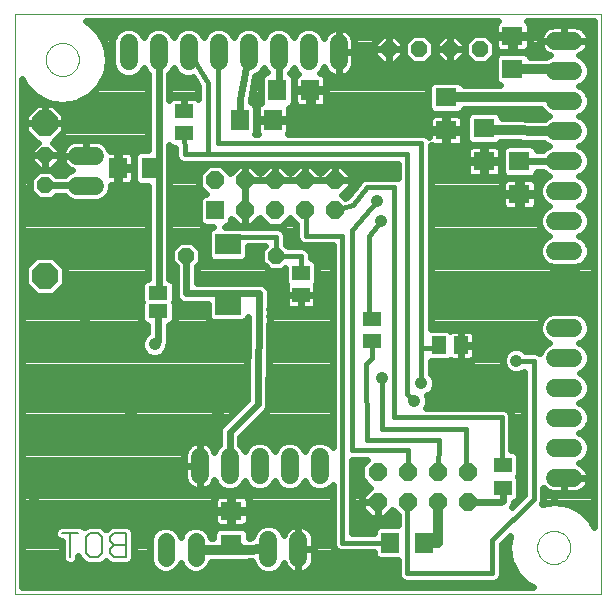
<source format=gbl>
G75*
G70*
%OFA0B0*%
%FSLAX24Y24*%
%IPPOS*%
%LPD*%
%AMOC8*
5,1,8,0,0,1.08239X$1,22.5*
%
%ADD10C,0.0000*%
%ADD11C,0.0070*%
%ADD12OC8,0.0520*%
%ADD13C,0.0600*%
%ADD14C,0.0560*%
%ADD15R,0.0709X0.0630*%
%ADD16OC8,0.0600*%
%ADD17R,0.0600X0.0600*%
%ADD18R,0.0591X0.0512*%
%ADD19R,0.0630X0.0710*%
%ADD20R,0.0512X0.0591*%
%ADD21R,0.0866X0.0709*%
%ADD22R,0.0630X0.0460*%
%ADD23R,0.0630X0.0709*%
%ADD24OC8,0.0850*%
%ADD25C,0.0240*%
%ADD26C,0.0413*%
%ADD27C,0.0160*%
%ADD28C,0.0320*%
D10*
X000101Y000110D02*
X000101Y019462D01*
X019650Y019462D01*
X019650Y000110D01*
X000101Y000110D01*
X017519Y001681D02*
X017521Y001728D01*
X017527Y001774D01*
X017537Y001820D01*
X017550Y001865D01*
X017568Y001908D01*
X017589Y001950D01*
X017613Y001990D01*
X017641Y002027D01*
X017672Y002062D01*
X017706Y002095D01*
X017742Y002124D01*
X017781Y002150D01*
X017822Y002173D01*
X017865Y002192D01*
X017909Y002208D01*
X017954Y002220D01*
X018000Y002228D01*
X018047Y002232D01*
X018093Y002232D01*
X018140Y002228D01*
X018186Y002220D01*
X018231Y002208D01*
X018275Y002192D01*
X018318Y002173D01*
X018359Y002150D01*
X018398Y002124D01*
X018434Y002095D01*
X018468Y002062D01*
X018499Y002027D01*
X018527Y001990D01*
X018551Y001950D01*
X018572Y001908D01*
X018590Y001865D01*
X018603Y001820D01*
X018613Y001774D01*
X018619Y001728D01*
X018621Y001681D01*
X018619Y001634D01*
X018613Y001588D01*
X018603Y001542D01*
X018590Y001497D01*
X018572Y001454D01*
X018551Y001412D01*
X018527Y001372D01*
X018499Y001335D01*
X018468Y001300D01*
X018434Y001267D01*
X018398Y001238D01*
X018359Y001212D01*
X018318Y001189D01*
X018275Y001170D01*
X018231Y001154D01*
X018186Y001142D01*
X018140Y001134D01*
X018093Y001130D01*
X018047Y001130D01*
X018000Y001134D01*
X017954Y001142D01*
X017909Y001154D01*
X017865Y001170D01*
X017822Y001189D01*
X017781Y001212D01*
X017742Y001238D01*
X017706Y001267D01*
X017672Y001300D01*
X017641Y001335D01*
X017613Y001372D01*
X017589Y001412D01*
X017568Y001454D01*
X017550Y001497D01*
X017537Y001542D01*
X017527Y001588D01*
X017521Y001634D01*
X017519Y001681D01*
X001141Y017941D02*
X001143Y017988D01*
X001149Y018034D01*
X001159Y018080D01*
X001172Y018125D01*
X001190Y018168D01*
X001211Y018210D01*
X001235Y018250D01*
X001263Y018287D01*
X001294Y018322D01*
X001328Y018355D01*
X001364Y018384D01*
X001403Y018410D01*
X001444Y018433D01*
X001487Y018452D01*
X001531Y018468D01*
X001576Y018480D01*
X001622Y018488D01*
X001669Y018492D01*
X001715Y018492D01*
X001762Y018488D01*
X001808Y018480D01*
X001853Y018468D01*
X001897Y018452D01*
X001940Y018433D01*
X001981Y018410D01*
X002020Y018384D01*
X002056Y018355D01*
X002090Y018322D01*
X002121Y018287D01*
X002149Y018250D01*
X002173Y018210D01*
X002194Y018168D01*
X002212Y018125D01*
X002225Y018080D01*
X002235Y018034D01*
X002241Y017988D01*
X002243Y017941D01*
X002241Y017894D01*
X002235Y017848D01*
X002225Y017802D01*
X002212Y017757D01*
X002194Y017714D01*
X002173Y017672D01*
X002149Y017632D01*
X002121Y017595D01*
X002090Y017560D01*
X002056Y017527D01*
X002020Y017498D01*
X001981Y017472D01*
X001940Y017449D01*
X001897Y017430D01*
X001853Y017414D01*
X001808Y017402D01*
X001762Y017394D01*
X001715Y017390D01*
X001669Y017390D01*
X001622Y017394D01*
X001576Y017402D01*
X001531Y017414D01*
X001487Y017430D01*
X001444Y017449D01*
X001403Y017472D01*
X001364Y017498D01*
X001328Y017527D01*
X001294Y017560D01*
X001263Y017595D01*
X001235Y017632D01*
X001211Y017672D01*
X001190Y017714D01*
X001172Y017757D01*
X001159Y017802D01*
X001149Y017848D01*
X001143Y017894D01*
X001141Y017941D01*
D11*
X001688Y002153D02*
X002215Y002153D01*
X002480Y002021D02*
X002612Y002153D01*
X002876Y002153D01*
X003007Y002021D01*
X003007Y001494D01*
X002876Y001363D01*
X002612Y001363D01*
X002480Y001494D01*
X002480Y002021D01*
X001952Y002153D02*
X001952Y001363D01*
X003272Y001494D02*
X003404Y001363D01*
X003799Y001363D01*
X003799Y002153D01*
X003404Y002153D01*
X003272Y002021D01*
X003272Y001890D01*
X003404Y001758D01*
X003799Y001758D01*
X003404Y001758D02*
X003272Y001626D01*
X003272Y001494D01*
D12*
X005820Y011398D03*
X008820Y011398D03*
X012569Y018283D03*
X013569Y018283D03*
X014618Y018293D03*
X015618Y018293D03*
X001123Y014746D03*
X001123Y013746D03*
D13*
X002179Y013740D02*
X002779Y013740D01*
X002779Y014740D02*
X002179Y014740D01*
X003901Y017877D02*
X003901Y018477D01*
X004901Y018477D02*
X004901Y017877D01*
X005901Y017877D02*
X005901Y018477D01*
X006901Y018477D02*
X006901Y017877D01*
X007901Y017877D02*
X007901Y018477D01*
X008901Y018477D02*
X008901Y017877D01*
X009901Y017877D02*
X009901Y018477D01*
X010901Y018477D02*
X010901Y017877D01*
X018124Y017567D02*
X018724Y017567D01*
X018724Y016567D02*
X018124Y016567D01*
X018124Y015567D02*
X018724Y015567D01*
X018724Y014567D02*
X018124Y014567D01*
X018124Y013567D02*
X018724Y013567D01*
X018724Y012567D02*
X018124Y012567D01*
X018124Y011567D02*
X018724Y011567D01*
X018724Y008992D02*
X018124Y008992D01*
X018124Y007992D02*
X018724Y007992D01*
X018724Y007000D02*
X018124Y007000D01*
X018124Y006000D02*
X018724Y006000D01*
X018724Y005000D02*
X018124Y005000D01*
X018124Y004000D02*
X018724Y004000D01*
X010267Y004098D02*
X010267Y004698D01*
X009267Y004698D02*
X009267Y004098D01*
X008267Y004098D02*
X008267Y004698D01*
X007267Y004698D02*
X007267Y004098D01*
X006267Y004098D02*
X006267Y004698D01*
X008560Y001922D02*
X008560Y001322D01*
X009560Y001322D02*
X009560Y001922D01*
X018124Y018567D02*
X018724Y018567D01*
D14*
X006129Y001883D02*
X006129Y001323D01*
X005129Y001323D02*
X005129Y001883D01*
D15*
X007322Y001799D03*
X007322Y002902D03*
X016928Y013453D03*
X016928Y014555D03*
X015747Y014555D03*
X015747Y015658D03*
X014487Y015579D03*
X014487Y016681D03*
X016692Y017626D03*
X016692Y018729D03*
D16*
X010779Y013914D03*
X009779Y013914D03*
X008779Y013914D03*
X007779Y013914D03*
X006779Y013914D03*
X007779Y012914D03*
X008779Y012914D03*
X009779Y012914D03*
X010779Y012914D03*
X012200Y004189D03*
X013200Y004189D03*
X014200Y004189D03*
X015200Y004189D03*
X015200Y003189D03*
X014200Y003189D03*
X013200Y003189D03*
X012200Y003189D03*
D17*
X006779Y012914D03*
D18*
X005747Y015480D03*
X005747Y016229D03*
X009645Y010835D03*
X009645Y010087D03*
X012007Y009299D03*
X012007Y008551D03*
X016377Y004417D03*
X016377Y003669D03*
D19*
X013748Y001839D03*
X012628Y001839D03*
D20*
X014231Y008414D03*
X014979Y008414D03*
D21*
X007204Y009772D03*
X007204Y011780D03*
D22*
X004881Y010170D03*
X004881Y009570D03*
D23*
X004645Y014319D03*
X003542Y014319D03*
X007597Y015933D03*
X008700Y015933D03*
X008857Y016917D03*
X009960Y016917D03*
D24*
X001101Y015815D03*
X001101Y010736D03*
D25*
X000436Y010809D02*
X000341Y010809D01*
X000436Y011012D02*
X000436Y010461D01*
X000826Y010071D01*
X001377Y010071D01*
X001766Y010461D01*
X001766Y011012D01*
X001377Y011401D01*
X000826Y011401D01*
X000436Y011012D01*
X000472Y011047D02*
X000341Y011047D01*
X000341Y011286D02*
X000710Y011286D01*
X000341Y011524D02*
X004541Y011524D01*
X004541Y011286D02*
X001492Y011286D01*
X001731Y011047D02*
X004541Y011047D01*
X004541Y010809D02*
X001766Y010809D01*
X001766Y010570D02*
X004396Y010570D01*
X004430Y010604D02*
X004362Y010536D01*
X004326Y010448D01*
X004326Y009892D01*
X004335Y009870D01*
X004326Y009848D01*
X004326Y009292D01*
X004362Y009204D01*
X004430Y009137D01*
X004518Y009100D01*
X004521Y009100D01*
X004521Y008836D01*
X004510Y008832D01*
X004384Y008706D01*
X004316Y008542D01*
X004316Y008364D01*
X004384Y008200D01*
X004510Y008074D01*
X004674Y008006D01*
X004852Y008006D01*
X005016Y008074D01*
X005141Y008200D01*
X005209Y008364D01*
X005209Y008424D01*
X005241Y008499D01*
X005241Y009100D01*
X005244Y009100D01*
X005332Y009137D01*
X005399Y009204D01*
X005436Y009292D01*
X005436Y009848D01*
X005427Y009870D01*
X005436Y009892D01*
X005436Y010448D01*
X005399Y010536D01*
X005332Y010604D01*
X005261Y010633D01*
X005261Y014247D01*
X005261Y014588D01*
X005261Y015076D01*
X005316Y015021D01*
X005404Y014985D01*
X005441Y014985D01*
X005447Y014786D01*
X005447Y014728D01*
X005449Y014723D01*
X005449Y014719D01*
X005473Y014665D01*
X005495Y014610D01*
X005499Y014607D01*
X005501Y014603D01*
X005543Y014563D01*
X005585Y014520D01*
X005590Y014518D01*
X005593Y014515D01*
X005648Y014494D01*
X005703Y014471D01*
X005708Y014471D01*
X005712Y014470D01*
X005772Y014471D01*
X006598Y014471D01*
X012868Y014471D01*
X012868Y013989D01*
X012819Y014009D01*
X011892Y014009D01*
X011872Y014015D01*
X011829Y014009D01*
X011786Y014009D01*
X011767Y014001D01*
X011746Y013999D01*
X011708Y013977D01*
X011668Y013960D01*
X011653Y013946D01*
X011635Y013935D01*
X011609Y013901D01*
X011578Y013870D01*
X011570Y013851D01*
X011189Y013359D01*
X011117Y013339D01*
X011028Y013428D01*
X011299Y013698D01*
X011299Y013913D01*
X010779Y013913D01*
X010779Y013914D01*
X010778Y013914D01*
X010778Y013913D01*
X010259Y013913D01*
X009779Y013913D01*
X009779Y013914D01*
X009778Y013914D01*
X009778Y013913D01*
X009259Y013913D01*
X008779Y013913D01*
X008779Y013914D01*
X008778Y013914D01*
X008778Y013913D01*
X008259Y013913D01*
X007779Y013913D01*
X007779Y013394D01*
X007779Y012914D01*
X007778Y012914D01*
X007778Y013394D01*
X007778Y013913D01*
X007779Y013913D01*
X007779Y013914D01*
X007778Y013914D01*
X007778Y014434D01*
X007563Y014434D01*
X007293Y014163D01*
X007002Y014454D01*
X006555Y014454D01*
X006239Y014137D01*
X006239Y013690D01*
X006475Y013454D01*
X006431Y013454D01*
X006343Y013417D01*
X006275Y013349D01*
X006239Y013261D01*
X006239Y012566D01*
X006275Y012478D01*
X006343Y012410D01*
X006431Y012374D01*
X006722Y012374D01*
X006635Y012337D01*
X006567Y012270D01*
X006531Y012182D01*
X006531Y011378D01*
X006567Y011289D01*
X006635Y011222D01*
X006723Y011185D01*
X007685Y011185D01*
X007773Y011222D01*
X007840Y011289D01*
X007877Y011378D01*
X007877Y011716D01*
X008430Y011716D01*
X008320Y011605D01*
X008320Y011191D01*
X008613Y010898D01*
X009027Y010898D01*
X009109Y010981D01*
X009109Y010531D01*
X009146Y010443D01*
X009151Y010438D01*
X009144Y010428D01*
X009129Y010372D01*
X009129Y010095D01*
X009636Y010095D01*
X009636Y010079D01*
X009129Y010079D01*
X009129Y009802D01*
X009144Y009746D01*
X009173Y009696D01*
X009214Y009655D01*
X009264Y009626D01*
X009320Y009611D01*
X009637Y009611D01*
X009637Y010079D01*
X009653Y010079D01*
X009653Y010095D01*
X010160Y010095D01*
X010160Y010372D01*
X010145Y010428D01*
X010139Y010438D01*
X010143Y010443D01*
X010180Y010531D01*
X010180Y011138D01*
X010143Y011227D01*
X010076Y011294D01*
X009988Y011331D01*
X009965Y011331D01*
X009965Y011462D01*
X009916Y011579D01*
X009826Y011669D01*
X009708Y011718D01*
X009581Y011718D01*
X009207Y011718D01*
X009140Y011785D01*
X009140Y012099D01*
X009091Y012217D01*
X009001Y012307D01*
X008884Y012356D01*
X008756Y012356D01*
X007729Y012356D01*
X007685Y012374D01*
X007127Y012374D01*
X007215Y012410D01*
X007282Y012478D01*
X007319Y012566D01*
X007319Y012638D01*
X007563Y012394D01*
X007778Y012394D01*
X007778Y012913D01*
X007779Y012913D01*
X007779Y012394D01*
X007994Y012394D01*
X008264Y012664D01*
X008555Y012374D01*
X009002Y012374D01*
X009279Y012650D01*
X009482Y012446D01*
X009482Y012011D01*
X009531Y011894D01*
X009621Y011804D01*
X009739Y011755D01*
X009866Y011755D01*
X010703Y011755D01*
X010703Y005025D01*
X010573Y005156D01*
X010374Y005238D01*
X010159Y005238D01*
X009961Y005156D01*
X009809Y005004D01*
X009767Y004902D01*
X009725Y005004D01*
X009573Y005156D01*
X009374Y005238D01*
X009159Y005238D01*
X008961Y005156D01*
X008809Y005004D01*
X008767Y004902D01*
X008725Y005004D01*
X008573Y005156D01*
X008374Y005238D01*
X008159Y005238D01*
X007961Y005156D01*
X007809Y005004D01*
X007767Y004902D01*
X007725Y005004D01*
X007627Y005101D01*
X007627Y005363D01*
X008453Y006189D01*
X008503Y006238D01*
X008504Y006240D01*
X008505Y006241D01*
X008532Y006305D01*
X008559Y006370D01*
X008559Y006372D01*
X008560Y006373D01*
X008560Y006444D01*
X008598Y010072D01*
X008599Y010074D01*
X008599Y010143D01*
X008600Y010214D01*
X008599Y010215D01*
X008599Y010217D01*
X008573Y010282D01*
X008547Y010346D01*
X008545Y010348D01*
X008544Y010350D01*
X008495Y010399D01*
X008446Y010449D01*
X008444Y010450D01*
X008443Y010451D01*
X008379Y010477D01*
X008315Y010505D01*
X008313Y010505D01*
X008311Y010506D01*
X008241Y010506D01*
X008171Y010507D01*
X008170Y010506D01*
X007236Y010506D01*
X006186Y010506D01*
X006186Y011057D01*
X006320Y011191D01*
X006320Y011605D01*
X006027Y011898D01*
X005613Y011898D01*
X005320Y011605D01*
X005320Y011191D01*
X005466Y011045D01*
X005466Y010074D01*
X005521Y009942D01*
X005622Y009841D01*
X005754Y009786D01*
X005897Y009786D01*
X006531Y009786D01*
X006531Y009370D01*
X006567Y009281D01*
X006635Y009214D01*
X006723Y009177D01*
X007685Y009177D01*
X007773Y009214D01*
X007840Y009281D01*
X007871Y009355D01*
X007841Y006596D01*
X006962Y005716D01*
X006907Y005584D01*
X006907Y005440D01*
X006907Y005101D01*
X006809Y005004D01*
X006756Y004875D01*
X006749Y004897D01*
X006711Y004970D01*
X006663Y005037D01*
X006606Y005094D01*
X006539Y005143D01*
X006466Y005180D01*
X006389Y005205D01*
X006308Y005218D01*
X006267Y005218D01*
X006267Y004398D01*
X006267Y004398D01*
X006267Y005218D01*
X006226Y005218D01*
X006145Y005205D01*
X006067Y005180D01*
X005994Y005143D01*
X005928Y005094D01*
X005870Y005037D01*
X005822Y004970D01*
X005785Y004897D01*
X005760Y004820D01*
X005747Y004739D01*
X005747Y004398D01*
X006266Y004398D01*
X006266Y004398D01*
X005747Y004398D01*
X005747Y004057D01*
X005760Y003976D01*
X005785Y003898D01*
X005822Y003825D01*
X005870Y003759D01*
X005928Y003701D01*
X005994Y003653D01*
X006067Y003616D01*
X006145Y003591D01*
X006226Y003578D01*
X006267Y003578D01*
X006308Y003578D01*
X006389Y003591D01*
X006466Y003616D01*
X006539Y003653D01*
X006606Y003701D01*
X006663Y003759D01*
X006711Y003825D01*
X006749Y003898D01*
X006756Y003920D01*
X006809Y003792D01*
X006961Y003640D01*
X007159Y003558D01*
X007374Y003558D01*
X007573Y003640D01*
X007725Y003792D01*
X007767Y003894D01*
X007809Y003792D01*
X007961Y003640D01*
X008159Y003558D01*
X008374Y003558D01*
X008573Y003640D01*
X008725Y003792D01*
X008767Y003894D01*
X008809Y003792D01*
X008961Y003640D01*
X009159Y003558D01*
X009374Y003558D01*
X009573Y003640D01*
X009725Y003792D01*
X009767Y003894D01*
X009809Y003792D01*
X009961Y003640D01*
X010159Y003558D01*
X010374Y003558D01*
X010573Y003640D01*
X010703Y003770D01*
X010703Y001902D01*
X010703Y001775D01*
X010751Y001657D01*
X010841Y001567D01*
X010959Y001519D01*
X012073Y001519D01*
X012073Y001436D01*
X012110Y001348D01*
X012177Y001280D01*
X012265Y001244D01*
X012868Y001244D01*
X012868Y000879D01*
X012868Y000751D01*
X012917Y000634D01*
X013007Y000544D01*
X013124Y000495D01*
X015959Y000495D01*
X016086Y000495D01*
X016204Y000544D01*
X016294Y000634D01*
X016343Y000751D01*
X016343Y001785D01*
X016608Y002051D01*
X016550Y001681D01*
X016624Y001212D01*
X016624Y001212D01*
X016840Y000788D01*
X016840Y000788D01*
X017176Y000452D01*
X017176Y000452D01*
X017377Y000350D01*
X000341Y000350D01*
X000341Y017285D01*
X000462Y017048D01*
X000462Y017048D01*
X000462Y017048D01*
X000799Y016711D01*
X001222Y016496D01*
X001692Y016421D01*
X002162Y016496D01*
X002585Y016711D01*
X002922Y017048D01*
X003138Y017471D01*
X003138Y017471D01*
X003212Y017941D01*
X003138Y018411D01*
X002922Y018834D01*
X002922Y018835D02*
X002585Y019171D01*
X002486Y019222D01*
X016206Y019222D01*
X016203Y019219D01*
X016162Y019179D01*
X016133Y019128D01*
X016118Y019072D01*
X016118Y018766D01*
X016654Y018766D01*
X016654Y018691D01*
X016118Y018691D01*
X016118Y018501D01*
X015825Y018793D01*
X015411Y018793D01*
X015118Y018500D01*
X015118Y018086D01*
X015411Y017793D01*
X015825Y017793D01*
X016118Y018086D01*
X016118Y018382D01*
X016133Y018329D01*
X016162Y018278D01*
X016203Y018237D01*
X016253Y018209D01*
X016309Y018194D01*
X016654Y018194D01*
X016654Y018691D01*
X016729Y018691D01*
X016729Y018194D01*
X017075Y018194D01*
X017131Y018209D01*
X017181Y018237D01*
X017222Y018278D01*
X017251Y018329D01*
X017266Y018385D01*
X017266Y018691D01*
X016730Y018691D01*
X016730Y018766D01*
X017266Y018766D01*
X017266Y019072D01*
X017251Y019128D01*
X017222Y019179D01*
X017181Y019219D01*
X017178Y019222D01*
X019410Y019222D01*
X019410Y002357D01*
X019300Y002575D01*
X019300Y002575D01*
X018963Y002911D01*
X018540Y003127D01*
X018540Y003127D01*
X018070Y003201D01*
X017683Y003140D01*
X017721Y003232D01*
X017721Y003671D01*
X017728Y003661D01*
X017785Y003604D01*
X017852Y003555D01*
X017925Y003518D01*
X018002Y003493D01*
X018083Y003480D01*
X018424Y003480D01*
X018424Y004000D01*
X018424Y004000D01*
X018424Y003480D01*
X018765Y003480D01*
X018846Y003493D01*
X018924Y003518D01*
X018997Y003555D01*
X019063Y003604D01*
X019121Y003661D01*
X019169Y003728D01*
X019206Y003801D01*
X019231Y003878D01*
X019244Y003959D01*
X019244Y004000D01*
X018425Y004000D01*
X018425Y004000D01*
X019244Y004000D01*
X019244Y004041D01*
X019231Y004122D01*
X019206Y004200D01*
X019169Y004273D01*
X019121Y004339D01*
X019063Y004397D01*
X018997Y004445D01*
X018924Y004482D01*
X018902Y004489D01*
X019030Y004542D01*
X019182Y004694D01*
X019264Y004893D01*
X019264Y005108D01*
X019182Y005306D01*
X019030Y005458D01*
X018928Y005500D01*
X019030Y005542D01*
X019182Y005694D01*
X019264Y005893D01*
X019264Y006108D01*
X019182Y006306D01*
X019030Y006458D01*
X018928Y006500D01*
X019030Y006542D01*
X019182Y006694D01*
X019264Y006893D01*
X019264Y007108D01*
X019182Y007306D01*
X019030Y007458D01*
X018938Y007496D01*
X019030Y007534D01*
X019182Y007686D01*
X019264Y007885D01*
X019264Y008100D01*
X019182Y008298D01*
X019030Y008450D01*
X018928Y008492D01*
X019030Y008534D01*
X019182Y008686D01*
X019264Y008885D01*
X019264Y009100D01*
X019182Y009298D01*
X019030Y009450D01*
X018832Y009532D01*
X018017Y009532D01*
X017818Y009450D01*
X017666Y009298D01*
X017584Y009100D01*
X017584Y008885D01*
X017666Y008686D01*
X017818Y008534D01*
X017920Y008492D01*
X017818Y008450D01*
X017666Y008298D01*
X017605Y008150D01*
X017582Y008173D01*
X017464Y008222D01*
X017122Y008222D01*
X017063Y008280D01*
X016899Y008348D01*
X016721Y008348D01*
X016557Y008280D01*
X016431Y008155D01*
X016363Y007991D01*
X016363Y007813D01*
X016431Y007649D01*
X016557Y007523D01*
X016721Y007455D01*
X016899Y007455D01*
X017063Y007523D01*
X017081Y007541D01*
X017081Y003428D01*
X016694Y003041D01*
X016737Y003145D01*
X016737Y003181D01*
X016808Y003210D01*
X016876Y003278D01*
X016912Y003366D01*
X016912Y003973D01*
X016883Y004043D01*
X016912Y004114D01*
X016912Y004721D01*
X016876Y004809D01*
X016808Y004877D01*
X016720Y004913D01*
X016658Y004913D01*
X016658Y005948D01*
X016658Y006076D01*
X016609Y006193D01*
X016519Y006283D01*
X016401Y006332D01*
X013812Y006332D01*
X013871Y006474D01*
X013871Y006652D01*
X013834Y006742D01*
X013913Y006775D01*
X014039Y006901D01*
X014107Y007065D01*
X014107Y007243D01*
X014039Y007407D01*
X013980Y007465D01*
X013980Y007878D01*
X014535Y007878D01*
X014623Y007915D01*
X014628Y007919D01*
X014639Y007913D01*
X014694Y007898D01*
X014971Y007898D01*
X014971Y008405D01*
X014987Y008405D01*
X014987Y007898D01*
X015264Y007898D01*
X015320Y007913D01*
X015370Y007942D01*
X015411Y007983D01*
X015440Y008033D01*
X015455Y008089D01*
X015455Y008406D01*
X014988Y008406D01*
X014988Y008421D01*
X015455Y008421D01*
X015455Y008738D01*
X015440Y008794D01*
X015411Y008844D01*
X015370Y008885D01*
X015320Y008914D01*
X015264Y008929D01*
X014987Y008929D01*
X014987Y008422D01*
X014971Y008422D01*
X014971Y008929D01*
X014694Y008929D01*
X014639Y008914D01*
X014628Y008908D01*
X014623Y008912D01*
X014535Y008949D01*
X013980Y008949D01*
X013980Y015082D01*
X013980Y015105D01*
X013998Y015088D01*
X014048Y015059D01*
X014104Y015044D01*
X014450Y015044D01*
X014450Y015541D01*
X014525Y015541D01*
X014525Y015044D01*
X014871Y015044D01*
X014926Y015059D01*
X014977Y015088D01*
X015018Y015129D01*
X015047Y015179D01*
X015062Y015235D01*
X015062Y015541D01*
X014525Y015541D01*
X014525Y015616D01*
X015062Y015616D01*
X015062Y015923D01*
X015047Y015979D01*
X015018Y016029D01*
X014977Y016070D01*
X014926Y016099D01*
X014871Y016114D01*
X014525Y016114D01*
X014525Y015617D01*
X014450Y015617D01*
X014450Y016114D01*
X014104Y016114D01*
X014048Y016099D01*
X013998Y016070D01*
X013957Y016029D01*
X013928Y015979D01*
X013913Y015923D01*
X013913Y015616D01*
X014449Y015616D01*
X014449Y015541D01*
X013913Y015541D01*
X013913Y015346D01*
X013842Y015417D01*
X013724Y015466D01*
X009204Y015466D01*
X009220Y015494D01*
X009235Y015550D01*
X009235Y015896D01*
X008738Y015896D01*
X008738Y015971D01*
X009235Y015971D01*
X009235Y016317D01*
X009232Y016328D01*
X009308Y016360D01*
X009376Y016427D01*
X009412Y016515D01*
X009412Y017320D01*
X009376Y017408D01*
X009308Y017475D01*
X009276Y017489D01*
X009358Y017571D01*
X009401Y017673D01*
X009443Y017571D01*
X009546Y017469D01*
X009510Y017448D01*
X009469Y017407D01*
X009440Y017357D01*
X009425Y017301D01*
X009425Y016955D01*
X009922Y016955D01*
X009922Y016880D01*
X009425Y016880D01*
X009425Y016534D01*
X009440Y016478D01*
X009469Y016428D01*
X009510Y016387D01*
X009560Y016358D01*
X009616Y016343D01*
X009922Y016343D01*
X009922Y016880D01*
X009997Y016880D01*
X009997Y016343D01*
X010304Y016343D01*
X010360Y016358D01*
X010410Y016387D01*
X010451Y016428D01*
X010480Y016478D01*
X010495Y016534D01*
X010495Y016880D01*
X009997Y016880D01*
X009997Y016955D01*
X010495Y016955D01*
X010495Y017301D01*
X010480Y017357D01*
X010451Y017407D01*
X010410Y017448D01*
X010360Y017477D01*
X010304Y017492D01*
X010279Y017492D01*
X010358Y017571D01*
X010412Y017700D01*
X010419Y017678D01*
X010456Y017605D01*
X010504Y017539D01*
X010562Y017481D01*
X010628Y017433D01*
X010701Y017395D01*
X010779Y017370D01*
X010860Y017357D01*
X010900Y017357D01*
X010900Y018177D01*
X010901Y018177D01*
X010901Y018177D01*
X011421Y018177D01*
X011421Y017836D01*
X011408Y017756D01*
X011382Y017678D01*
X011345Y017605D01*
X011297Y017539D01*
X011239Y017481D01*
X011173Y017433D01*
X011100Y017395D01*
X011022Y017370D01*
X010942Y017357D01*
X010901Y017357D01*
X010901Y018177D01*
X011421Y018177D01*
X011421Y018518D01*
X011408Y018599D01*
X011382Y018677D01*
X011345Y018750D01*
X011297Y018816D01*
X011239Y018874D01*
X011173Y018922D01*
X011100Y018959D01*
X011022Y018984D01*
X010942Y018997D01*
X010901Y018997D01*
X010901Y018178D01*
X010900Y018178D01*
X010900Y018997D01*
X010860Y018997D01*
X010779Y018984D01*
X010701Y018959D01*
X010628Y018922D01*
X010562Y018874D01*
X010504Y018816D01*
X010456Y018750D01*
X010419Y018677D01*
X010412Y018655D01*
X010358Y018783D01*
X010206Y018935D01*
X010008Y019017D01*
X009793Y019017D01*
X009595Y018935D01*
X009443Y018783D01*
X009401Y018681D01*
X009358Y018783D01*
X009206Y018935D01*
X009008Y019017D01*
X008793Y019017D01*
X008595Y018935D01*
X008443Y018783D01*
X008401Y018681D01*
X008358Y018783D01*
X008206Y018935D01*
X008008Y019017D01*
X007793Y019017D01*
X007595Y018935D01*
X007443Y018783D01*
X007401Y018681D01*
X007358Y018783D01*
X007206Y018935D01*
X007008Y019017D01*
X006793Y019017D01*
X006595Y018935D01*
X006443Y018783D01*
X006401Y018681D01*
X006358Y018783D01*
X006206Y018935D01*
X006008Y019017D01*
X005793Y019017D01*
X005595Y018935D01*
X005443Y018783D01*
X005401Y018681D01*
X005358Y018783D01*
X005206Y018935D01*
X005008Y019017D01*
X004793Y019017D01*
X004595Y018935D01*
X004443Y018783D01*
X004401Y018681D01*
X004358Y018783D01*
X004206Y018935D01*
X004008Y019017D01*
X003793Y019017D01*
X003595Y018935D01*
X003443Y018783D01*
X003361Y018585D01*
X003361Y017770D01*
X003443Y017571D01*
X003595Y017420D01*
X003793Y017337D01*
X004008Y017337D01*
X004206Y017420D01*
X004358Y017571D01*
X004401Y017673D01*
X004443Y017571D01*
X004541Y017474D01*
X004541Y014913D01*
X004282Y014913D01*
X004194Y014877D01*
X004126Y014809D01*
X004090Y014721D01*
X004090Y013917D01*
X004126Y013829D01*
X004194Y013761D01*
X004282Y013725D01*
X004541Y013725D01*
X004541Y010640D01*
X004518Y010640D01*
X004430Y010604D01*
X004326Y010332D02*
X001637Y010332D01*
X001398Y010093D02*
X004326Y010093D01*
X004329Y009854D02*
X000341Y009854D01*
X000341Y009616D02*
X004326Y009616D01*
X004326Y009377D02*
X000341Y009377D01*
X000341Y009139D02*
X004428Y009139D01*
X004521Y008900D02*
X000341Y008900D01*
X000341Y008662D02*
X004366Y008662D01*
X004316Y008423D02*
X000341Y008423D01*
X000341Y008185D02*
X004399Y008185D01*
X004763Y008453D02*
X004881Y008571D01*
X004881Y009570D01*
X005334Y009139D02*
X007869Y009139D01*
X007866Y008900D02*
X005241Y008900D01*
X005241Y008662D02*
X007863Y008662D01*
X007861Y008423D02*
X005209Y008423D01*
X005126Y008185D02*
X007858Y008185D01*
X007856Y007946D02*
X000341Y007946D01*
X000341Y007708D02*
X007853Y007708D01*
X007851Y007469D02*
X000341Y007469D01*
X000341Y007230D02*
X007848Y007230D01*
X007846Y006992D02*
X000341Y006992D01*
X000341Y006753D02*
X007843Y006753D01*
X007761Y006515D02*
X000341Y006515D01*
X000341Y006276D02*
X007522Y006276D01*
X007283Y006038D02*
X000341Y006038D01*
X000341Y005799D02*
X007045Y005799D01*
X006907Y005561D02*
X000341Y005561D01*
X000341Y005322D02*
X006907Y005322D01*
X006889Y005084D02*
X006616Y005084D01*
X006267Y005084D02*
X006267Y005084D01*
X006267Y004845D02*
X006267Y004845D01*
X006267Y004606D02*
X006267Y004606D01*
X006267Y004397D02*
X006267Y003578D01*
X006267Y004397D01*
X006267Y004397D01*
X006267Y004368D02*
X006267Y004368D01*
X006267Y004129D02*
X006267Y004129D01*
X006267Y003891D02*
X006267Y003891D01*
X006267Y003652D02*
X006267Y003652D01*
X006538Y003652D02*
X006949Y003652D01*
X006939Y003437D02*
X006883Y003422D01*
X006832Y003393D01*
X006791Y003352D01*
X006763Y003302D01*
X006748Y003246D01*
X006748Y002939D01*
X007284Y002939D01*
X007284Y002864D01*
X006748Y002864D01*
X006748Y002558D01*
X006763Y002502D01*
X006791Y002452D01*
X006832Y002411D01*
X006883Y002382D01*
X006939Y002367D01*
X007284Y002367D01*
X007284Y002864D01*
X007359Y002864D01*
X007359Y002367D01*
X007705Y002367D01*
X007761Y002382D01*
X007811Y002411D01*
X007852Y002452D01*
X007881Y002502D01*
X007896Y002558D01*
X007896Y002864D01*
X007360Y002864D01*
X007360Y002939D01*
X007896Y002939D01*
X007896Y003246D01*
X007881Y003302D01*
X007852Y003352D01*
X007811Y003393D01*
X007761Y003422D01*
X007705Y003437D01*
X007359Y003437D01*
X007359Y002939D01*
X007284Y002939D01*
X007284Y003437D01*
X006939Y003437D01*
X006869Y003414D02*
X000341Y003414D01*
X000341Y003652D02*
X005996Y003652D01*
X005789Y003891D02*
X000341Y003891D01*
X000341Y004129D02*
X005747Y004129D01*
X005747Y004368D02*
X000341Y004368D01*
X000341Y004606D02*
X005747Y004606D01*
X005768Y004845D02*
X000341Y004845D01*
X000341Y005084D02*
X005917Y005084D01*
X006745Y003891D02*
X006768Y003891D01*
X007284Y003414D02*
X007359Y003414D01*
X007359Y003175D02*
X007284Y003175D01*
X007284Y002937D02*
X000341Y002937D01*
X000341Y002698D02*
X006748Y002698D01*
X006787Y002460D02*
X000341Y002460D01*
X000341Y002221D02*
X001419Y002221D01*
X001413Y002208D02*
X001413Y002099D01*
X001455Y001997D01*
X001533Y001920D01*
X001634Y001878D01*
X001677Y001878D01*
X001677Y001308D01*
X001719Y001207D01*
X001796Y001129D01*
X001897Y001088D01*
X002007Y001088D01*
X002108Y001129D01*
X002185Y001207D01*
X002227Y001308D01*
X002227Y001387D01*
X002247Y001339D01*
X002324Y001261D01*
X002456Y001129D01*
X002557Y001088D01*
X002667Y001088D01*
X002930Y001088D01*
X003031Y001129D01*
X003109Y001207D01*
X003140Y001238D01*
X003171Y001207D01*
X003248Y001129D01*
X003349Y001088D01*
X003854Y001088D01*
X003955Y001129D01*
X004032Y001207D01*
X004074Y001308D01*
X004074Y001417D01*
X004074Y001703D01*
X004074Y001813D01*
X004074Y002099D01*
X004074Y002208D01*
X004032Y002309D01*
X003955Y002386D01*
X003854Y002428D01*
X003458Y002428D01*
X003349Y002428D01*
X003306Y002410D01*
X003248Y002386D01*
X003246Y002385D01*
X003171Y002309D01*
X003140Y002278D01*
X003109Y002309D01*
X003033Y002385D01*
X003031Y002386D01*
X002973Y002410D01*
X002930Y002428D01*
X002821Y002428D01*
X002667Y002428D01*
X002557Y002428D01*
X002507Y002407D01*
X002456Y002386D01*
X002445Y002375D01*
X002414Y002344D01*
X002371Y002386D01*
X002270Y002428D01*
X001634Y002428D01*
X001533Y002386D01*
X001455Y002309D01*
X001413Y002208D01*
X001470Y001983D02*
X000341Y001983D01*
X000341Y001744D02*
X001677Y001744D01*
X001677Y001505D02*
X000341Y001505D01*
X000341Y001267D02*
X001694Y001267D01*
X002210Y001267D02*
X002319Y001267D01*
X003109Y002309D02*
X003109Y002309D01*
X003171Y002309D02*
X003171Y002309D01*
X003248Y002386D02*
X003248Y002386D01*
X003031Y002386D02*
X003031Y002386D01*
X002456Y002386D02*
X002456Y002386D01*
X002456Y002386D01*
X004069Y002221D02*
X004732Y002221D01*
X004688Y002177D02*
X004609Y001986D01*
X004609Y001219D01*
X004688Y001028D01*
X004834Y000882D01*
X005026Y000803D01*
X005232Y000803D01*
X005424Y000882D01*
X005570Y001028D01*
X005629Y001171D01*
X005688Y001028D01*
X005834Y000882D01*
X006026Y000803D01*
X006232Y000803D01*
X006424Y000882D01*
X006570Y001028D01*
X006642Y001203D01*
X007555Y001203D01*
X007559Y001203D01*
X007563Y001201D01*
X007639Y001203D01*
X007714Y001203D01*
X007718Y001204D01*
X008021Y001211D01*
X008102Y001016D01*
X008254Y000864D01*
X008452Y000782D01*
X008667Y000782D01*
X008866Y000864D01*
X009017Y001016D01*
X009071Y001145D01*
X009078Y001123D01*
X009115Y001050D01*
X009163Y000983D01*
X009221Y000926D01*
X009287Y000877D01*
X009360Y000840D01*
X009438Y000815D01*
X009519Y000802D01*
X009559Y000802D01*
X009559Y001622D01*
X009560Y001622D01*
X009560Y001622D01*
X010080Y001622D01*
X010080Y001281D01*
X010067Y001200D01*
X010042Y001123D01*
X010004Y001050D01*
X009956Y000983D01*
X009898Y000926D01*
X009832Y000877D01*
X009759Y000840D01*
X009681Y000815D01*
X009601Y000802D01*
X009560Y000802D01*
X009560Y001622D01*
X010080Y001622D01*
X010080Y001963D01*
X010067Y002044D01*
X010042Y002122D01*
X010004Y002195D01*
X009956Y002261D01*
X009898Y002319D01*
X009832Y002367D01*
X009759Y002404D01*
X009681Y002429D01*
X009601Y002442D01*
X009560Y002442D01*
X009560Y001623D01*
X009559Y001623D01*
X009559Y002442D01*
X009519Y002442D01*
X009438Y002429D01*
X009360Y002404D01*
X009287Y002367D01*
X009221Y002319D01*
X009163Y002261D01*
X009115Y002195D01*
X009078Y002122D01*
X009071Y002100D01*
X009017Y002228D01*
X008866Y002380D01*
X008667Y002462D01*
X008452Y002462D01*
X008254Y002380D01*
X008102Y002228D01*
X008020Y002030D01*
X008020Y002011D01*
X007916Y002009D01*
X007916Y002162D01*
X007880Y002250D01*
X007812Y002318D01*
X007724Y002354D01*
X006920Y002354D01*
X006832Y002318D01*
X006764Y002250D01*
X006728Y002162D01*
X006728Y002002D01*
X006642Y002002D01*
X006570Y002177D01*
X006424Y002323D01*
X006232Y002402D01*
X006026Y002402D01*
X005834Y002323D01*
X005688Y002177D01*
X005629Y002034D01*
X005570Y002177D01*
X005424Y002323D01*
X005232Y002402D01*
X005026Y002402D01*
X004834Y002323D01*
X004688Y002177D01*
X004609Y001983D02*
X004074Y001983D01*
X004074Y001744D02*
X004609Y001744D01*
X004609Y001505D02*
X004074Y001505D01*
X004057Y001267D02*
X004609Y001267D01*
X004688Y001028D02*
X000341Y001028D01*
X000341Y000790D02*
X008434Y000790D01*
X008685Y000790D02*
X012868Y000790D01*
X012868Y001028D02*
X009989Y001028D01*
X010077Y001267D02*
X012210Y001267D01*
X012073Y001505D02*
X010080Y001505D01*
X010080Y001744D02*
X010716Y001744D01*
X010703Y001983D02*
X010077Y001983D01*
X009985Y002221D02*
X010703Y002221D01*
X010703Y002460D02*
X008673Y002460D01*
X008446Y002460D02*
X007857Y002460D01*
X007896Y002698D02*
X010703Y002698D01*
X010703Y002937D02*
X007360Y002937D01*
X007359Y002698D02*
X007284Y002698D01*
X007284Y002460D02*
X007359Y002460D01*
X007892Y002221D02*
X008099Y002221D01*
X009020Y002221D02*
X009134Y002221D01*
X009559Y002221D02*
X009560Y002221D01*
X009559Y001983D02*
X009560Y001983D01*
X009559Y001744D02*
X009560Y001744D01*
X009559Y001505D02*
X009560Y001505D01*
X009559Y001267D02*
X009560Y001267D01*
X009559Y001028D02*
X009560Y001028D01*
X009130Y001028D02*
X009022Y001028D01*
X008097Y001028D02*
X006570Y001028D01*
X005688Y001028D02*
X005570Y001028D01*
X005526Y002221D02*
X005732Y002221D01*
X006526Y002221D02*
X006752Y002221D01*
X006748Y003175D02*
X000341Y003175D01*
X000341Y000551D02*
X012999Y000551D01*
X012073Y002159D02*
X011343Y002159D01*
X011343Y004590D01*
X011401Y004590D01*
X011837Y004590D01*
X011660Y004413D01*
X011660Y003965D01*
X011950Y003675D01*
X011680Y003404D01*
X011680Y003189D01*
X011680Y002974D01*
X011984Y002669D01*
X012200Y002669D01*
X012415Y002669D01*
X012686Y002940D01*
X012868Y002757D01*
X012868Y002434D01*
X012265Y002434D01*
X012177Y002397D01*
X012110Y002330D01*
X012073Y002241D01*
X012073Y002159D01*
X012073Y002221D02*
X011343Y002221D01*
X011343Y002460D02*
X012868Y002460D01*
X012868Y002698D02*
X012444Y002698D01*
X012200Y002698D02*
X012200Y002698D01*
X012200Y002669D02*
X012200Y003189D01*
X012200Y003189D01*
X012200Y002669D01*
X011955Y002698D02*
X011343Y002698D01*
X011343Y002937D02*
X011717Y002937D01*
X011680Y003175D02*
X011343Y003175D01*
X011343Y003414D02*
X011689Y003414D01*
X011680Y003189D02*
X012199Y003189D01*
X011680Y003189D01*
X011928Y003652D02*
X011343Y003652D01*
X011343Y003891D02*
X011734Y003891D01*
X011660Y004129D02*
X011343Y004129D01*
X011343Y004368D02*
X011660Y004368D01*
X010703Y005084D02*
X010645Y005084D01*
X010703Y005322D02*
X007627Y005322D01*
X007825Y005561D02*
X010703Y005561D01*
X010703Y005799D02*
X008063Y005799D01*
X008302Y006038D02*
X010703Y006038D01*
X010703Y006276D02*
X008520Y006276D01*
X008561Y006515D02*
X010703Y006515D01*
X010703Y006753D02*
X008563Y006753D01*
X008566Y006992D02*
X010703Y006992D01*
X010703Y007230D02*
X008568Y007230D01*
X008571Y007469D02*
X010703Y007469D01*
X010703Y007708D02*
X008573Y007708D01*
X008576Y007946D02*
X010703Y007946D01*
X010703Y008185D02*
X008578Y008185D01*
X008581Y008423D02*
X010703Y008423D01*
X010703Y008662D02*
X008583Y008662D01*
X008586Y008900D02*
X010703Y008900D01*
X010703Y009139D02*
X008588Y009139D01*
X008591Y009377D02*
X010703Y009377D01*
X010703Y009616D02*
X009988Y009616D01*
X009969Y009611D02*
X010025Y009626D01*
X010075Y009655D01*
X010116Y009696D01*
X010145Y009746D01*
X010160Y009802D01*
X010160Y010079D01*
X009653Y010079D01*
X009653Y009611D01*
X009969Y009611D01*
X010160Y009854D02*
X010703Y009854D01*
X010703Y010093D02*
X009653Y010093D01*
X009636Y010093D02*
X008599Y010093D01*
X008596Y009854D02*
X009129Y009854D01*
X009302Y009616D02*
X008594Y009616D01*
X008239Y010146D02*
X007164Y010146D01*
X005826Y010146D01*
X005826Y011398D01*
X005820Y011398D01*
X005464Y011047D02*
X005261Y011047D01*
X005261Y010809D02*
X005466Y010809D01*
X005466Y010570D02*
X005365Y010570D01*
X005436Y010332D02*
X005466Y010332D01*
X005466Y010093D02*
X005436Y010093D01*
X005433Y009854D02*
X005608Y009854D01*
X005436Y009616D02*
X006531Y009616D01*
X006531Y009377D02*
X005436Y009377D01*
X004881Y010170D02*
X004901Y010190D01*
X004901Y014319D01*
X004901Y014516D01*
X004901Y018177D01*
X005401Y017673D02*
X005358Y017571D01*
X005261Y017474D01*
X005261Y016593D01*
X005276Y016619D01*
X005317Y016660D01*
X005367Y016689D01*
X005423Y016704D01*
X005739Y016704D01*
X005739Y016237D01*
X005755Y016237D01*
X005755Y016704D01*
X006071Y016704D01*
X006127Y016689D01*
X006177Y016660D01*
X006214Y016623D01*
X006214Y017063D01*
X006037Y017349D01*
X006008Y017337D01*
X005793Y017337D01*
X005595Y017420D01*
X005443Y017571D01*
X005401Y017673D01*
X005275Y017488D02*
X005526Y017488D01*
X005261Y017249D02*
X006099Y017249D01*
X006214Y017011D02*
X005261Y017011D01*
X005261Y016772D02*
X006214Y016772D01*
X005755Y016534D02*
X005739Y016534D01*
X005739Y016295D02*
X005755Y016295D01*
X004541Y016295D02*
X001534Y016295D01*
X001369Y016460D02*
X001102Y016460D01*
X001102Y015816D01*
X001101Y015816D01*
X001101Y016460D01*
X000834Y016460D01*
X000456Y016082D01*
X000456Y015815D01*
X000456Y015548D01*
X000834Y015170D01*
X000869Y015170D01*
X000643Y014945D01*
X000643Y014746D01*
X001123Y014746D01*
X001123Y014746D01*
X000643Y014746D01*
X000643Y014547D01*
X000925Y014266D01*
X001123Y014266D01*
X001123Y014745D01*
X001124Y014745D01*
X001124Y014266D01*
X001322Y014266D01*
X001603Y014547D01*
X001603Y014746D01*
X001603Y014945D01*
X001373Y015175D01*
X001746Y015548D01*
X001746Y015815D01*
X001102Y015815D01*
X001102Y015815D01*
X001746Y015815D01*
X001746Y016082D01*
X001369Y016460D01*
X001222Y016496D02*
X001222Y016496D01*
X001147Y016534D02*
X000341Y016534D01*
X000341Y016772D02*
X000738Y016772D01*
X000799Y016711D02*
X000799Y016711D01*
X000499Y017011D02*
X000341Y017011D01*
X000341Y017249D02*
X000360Y017249D01*
X000341Y016295D02*
X000669Y016295D01*
X000456Y016057D02*
X000341Y016057D01*
X000341Y015818D02*
X000456Y015818D01*
X000456Y015815D02*
X001101Y015815D01*
X000456Y015815D01*
X000456Y015579D02*
X000341Y015579D01*
X000341Y015341D02*
X000663Y015341D01*
X000801Y015102D02*
X000341Y015102D01*
X000341Y014864D02*
X000643Y014864D01*
X000643Y014625D02*
X000341Y014625D01*
X000341Y014387D02*
X000804Y014387D01*
X000916Y014246D02*
X000623Y013953D01*
X000623Y013539D01*
X000916Y013246D01*
X001331Y013246D01*
X001471Y013386D01*
X001770Y013386D01*
X001873Y013283D01*
X002072Y013200D01*
X002887Y013200D01*
X003085Y013283D01*
X003237Y013434D01*
X003319Y013633D01*
X003319Y013745D01*
X003505Y013745D01*
X003505Y014281D01*
X003580Y014281D01*
X003580Y013745D01*
X003886Y013745D01*
X003942Y013760D01*
X003992Y013789D01*
X004033Y013830D01*
X004062Y013880D01*
X004077Y013936D01*
X004077Y014281D01*
X003580Y014281D01*
X003580Y014357D01*
X003505Y014357D01*
X003505Y014893D01*
X003276Y014893D01*
X003261Y014940D01*
X003224Y015013D01*
X003176Y015079D01*
X003118Y015137D01*
X003052Y015185D01*
X002979Y015222D01*
X002901Y015247D01*
X002820Y015260D01*
X002480Y015260D01*
X002480Y014741D01*
X002479Y014741D01*
X002479Y015260D01*
X002138Y015260D01*
X002058Y015247D01*
X001980Y015222D01*
X001907Y015185D01*
X001841Y015137D01*
X001783Y015079D01*
X001735Y015013D01*
X001697Y014940D01*
X001672Y014862D01*
X001659Y014781D01*
X001659Y014740D01*
X001659Y014699D01*
X001672Y014619D01*
X001697Y014541D01*
X001735Y014468D01*
X001783Y014402D01*
X001841Y014344D01*
X001907Y014296D01*
X001980Y014258D01*
X002002Y014251D01*
X001873Y014198D01*
X001781Y014106D01*
X001471Y014106D01*
X001331Y014246D01*
X000916Y014246D01*
X000819Y014148D02*
X000341Y014148D01*
X000341Y013910D02*
X000623Y013910D01*
X000623Y013671D02*
X000341Y013671D01*
X000341Y013433D02*
X000730Y013433D01*
X000341Y013194D02*
X004541Y013194D01*
X004541Y012956D02*
X000341Y012956D01*
X000341Y012717D02*
X004541Y012717D01*
X004541Y012478D02*
X000341Y012478D01*
X000341Y012240D02*
X004541Y012240D01*
X004541Y012001D02*
X000341Y012001D01*
X000341Y011763D02*
X004541Y011763D01*
X005261Y011763D02*
X005477Y011763D01*
X005261Y012001D02*
X006531Y012001D01*
X006531Y011763D02*
X006162Y011763D01*
X006320Y011524D02*
X006531Y011524D01*
X006571Y011286D02*
X006320Y011286D01*
X006186Y011047D02*
X008464Y011047D01*
X008320Y011286D02*
X007837Y011286D01*
X007877Y011524D02*
X008320Y011524D01*
X009140Y012001D02*
X009486Y012001D01*
X009482Y012240D02*
X009068Y012240D01*
X009107Y012478D02*
X009450Y012478D01*
X009720Y011763D02*
X009162Y011763D01*
X009939Y011524D02*
X010703Y011524D01*
X010703Y011286D02*
X010084Y011286D01*
X010180Y011047D02*
X010703Y011047D01*
X010703Y010809D02*
X010180Y010809D01*
X010180Y010570D02*
X010703Y010570D01*
X010703Y010332D02*
X010160Y010332D01*
X009653Y009854D02*
X009637Y009854D01*
X009637Y009616D02*
X009653Y009616D01*
X009129Y010332D02*
X008553Y010332D01*
X008239Y010146D02*
X008200Y006445D01*
X007267Y005512D01*
X007267Y004398D01*
X007766Y003891D02*
X007768Y003891D01*
X007949Y003652D02*
X007585Y003652D01*
X007775Y003414D02*
X010703Y003414D01*
X010703Y003652D02*
X010585Y003652D01*
X010703Y003175D02*
X007896Y003175D01*
X008585Y003652D02*
X008949Y003652D01*
X008768Y003891D02*
X008766Y003891D01*
X009585Y003652D02*
X009949Y003652D01*
X009768Y003891D02*
X009766Y003891D01*
X009645Y005084D02*
X009889Y005084D01*
X008889Y005084D02*
X008645Y005084D01*
X007889Y005084D02*
X007645Y005084D01*
X012199Y003189D02*
X012199Y003189D01*
X012200Y003175D02*
X012200Y003175D01*
X012200Y002937D02*
X012200Y002937D01*
X012683Y002937D02*
X012689Y002937D01*
X015200Y003189D02*
X016326Y003189D01*
X016377Y003217D02*
X016377Y003669D01*
X016737Y003175D02*
X016828Y003175D01*
X016912Y003414D02*
X017066Y003414D01*
X017081Y003652D02*
X016912Y003652D01*
X016912Y003891D02*
X017081Y003891D01*
X017081Y004129D02*
X016912Y004129D01*
X016912Y004368D02*
X017081Y004368D01*
X017081Y004606D02*
X016912Y004606D01*
X016840Y004845D02*
X017081Y004845D01*
X017081Y005084D02*
X016658Y005084D01*
X016658Y005322D02*
X017081Y005322D01*
X017081Y005561D02*
X016658Y005561D01*
X016658Y005799D02*
X017081Y005799D01*
X017081Y006038D02*
X016658Y006038D01*
X016526Y006276D02*
X017081Y006276D01*
X017081Y006515D02*
X013871Y006515D01*
X013861Y006753D02*
X017081Y006753D01*
X017081Y006992D02*
X014077Y006992D01*
X014107Y007230D02*
X017081Y007230D01*
X017081Y007469D02*
X016933Y007469D01*
X016687Y007469D02*
X013980Y007469D01*
X013980Y007708D02*
X016407Y007708D01*
X016363Y007946D02*
X015374Y007946D01*
X015455Y008185D02*
X016461Y008185D01*
X015455Y008423D02*
X017791Y008423D01*
X017619Y008185D02*
X017554Y008185D01*
X017691Y008662D02*
X015455Y008662D01*
X015344Y008900D02*
X017584Y008900D01*
X017600Y009139D02*
X013980Y009139D01*
X013980Y009377D02*
X017746Y009377D01*
X019057Y008423D02*
X019410Y008423D01*
X019410Y008185D02*
X019229Y008185D01*
X019264Y007946D02*
X019410Y007946D01*
X019410Y007708D02*
X019191Y007708D01*
X019003Y007469D02*
X019410Y007469D01*
X019410Y007230D02*
X019213Y007230D01*
X019264Y006992D02*
X019410Y006992D01*
X019410Y006753D02*
X019206Y006753D01*
X019410Y006515D02*
X018964Y006515D01*
X019194Y006276D02*
X019410Y006276D01*
X019410Y006038D02*
X019264Y006038D01*
X019225Y005799D02*
X019410Y005799D01*
X019410Y005561D02*
X019048Y005561D01*
X019166Y005322D02*
X019410Y005322D01*
X019410Y005084D02*
X019264Y005084D01*
X019244Y004845D02*
X019410Y004845D01*
X019410Y004606D02*
X019094Y004606D01*
X019092Y004368D02*
X019410Y004368D01*
X019410Y004129D02*
X019229Y004129D01*
X019233Y003891D02*
X019410Y003891D01*
X019410Y003652D02*
X019112Y003652D01*
X019410Y003414D02*
X017721Y003414D01*
X017721Y003652D02*
X017737Y003652D01*
X017697Y003175D02*
X017906Y003175D01*
X018070Y003201D02*
X018070Y003201D01*
X018234Y003175D02*
X019410Y003175D01*
X019410Y002937D02*
X018913Y002937D01*
X018963Y002911D02*
X018963Y002911D01*
X019176Y002698D02*
X019410Y002698D01*
X019410Y002460D02*
X019358Y002460D01*
X018424Y003652D02*
X018424Y003652D01*
X018424Y003891D02*
X018424Y003891D01*
X016598Y001983D02*
X016540Y001983D01*
X016560Y001744D02*
X016343Y001744D01*
X016550Y001681D02*
X016550Y001681D01*
X016578Y001505D02*
X016343Y001505D01*
X016343Y001267D02*
X016616Y001267D01*
X016718Y001028D02*
X016343Y001028D01*
X016343Y000790D02*
X016839Y000790D01*
X017077Y000551D02*
X016211Y000551D01*
X014987Y007946D02*
X014971Y007946D01*
X014971Y008185D02*
X014987Y008185D01*
X014971Y008423D02*
X014987Y008423D01*
X014971Y008662D02*
X014987Y008662D01*
X014971Y008900D02*
X014987Y008900D01*
X013980Y009616D02*
X019410Y009616D01*
X019410Y009854D02*
X013980Y009854D01*
X013980Y010093D02*
X019410Y010093D01*
X019410Y010332D02*
X013980Y010332D01*
X013980Y010570D02*
X019410Y010570D01*
X019410Y010809D02*
X013980Y010809D01*
X013980Y011047D02*
X017968Y011047D01*
X018017Y011027D02*
X018832Y011027D01*
X019030Y011109D01*
X019182Y011261D01*
X019264Y011460D01*
X019264Y011674D01*
X019182Y011873D01*
X019030Y012025D01*
X018928Y012067D01*
X019030Y012109D01*
X019182Y012261D01*
X019264Y012460D01*
X019264Y012674D01*
X019182Y012873D01*
X019030Y013025D01*
X018928Y013067D01*
X019030Y013109D01*
X019182Y013261D01*
X019264Y013460D01*
X019264Y013674D01*
X019182Y013873D01*
X019030Y014025D01*
X018928Y014067D01*
X019030Y014109D01*
X019182Y014261D01*
X019264Y014460D01*
X019264Y014674D01*
X019182Y014873D01*
X019030Y015025D01*
X018928Y015067D01*
X019030Y015109D01*
X019182Y015261D01*
X019264Y015460D01*
X019264Y015674D01*
X019182Y015873D01*
X019030Y016025D01*
X018928Y016067D01*
X019030Y016109D01*
X019182Y016261D01*
X019264Y016460D01*
X019264Y016674D01*
X019182Y016873D01*
X019030Y017025D01*
X018928Y017067D01*
X019030Y017109D01*
X019182Y017261D01*
X019264Y017460D01*
X019264Y017674D01*
X019182Y017873D01*
X019030Y018025D01*
X018902Y018078D01*
X018924Y018085D01*
X018997Y018122D01*
X019063Y018170D01*
X019121Y018228D01*
X019169Y018295D01*
X019206Y018367D01*
X019231Y018445D01*
X019244Y018526D01*
X019244Y018567D01*
X018425Y018567D01*
X018425Y018567D01*
X019244Y018567D01*
X019244Y018608D01*
X019231Y018689D01*
X019206Y018767D01*
X019169Y018840D01*
X019121Y018906D01*
X019063Y018964D01*
X018997Y019012D01*
X018924Y019049D01*
X018846Y019074D01*
X018765Y019087D01*
X018424Y019087D01*
X018083Y019087D01*
X018002Y019074D01*
X017925Y019049D01*
X017852Y019012D01*
X017785Y018964D01*
X017728Y018906D01*
X017679Y018840D01*
X017642Y018767D01*
X017617Y018689D01*
X017604Y018608D01*
X017604Y018567D01*
X017604Y018526D01*
X017617Y018445D01*
X017642Y018367D01*
X017679Y018295D01*
X017728Y018228D01*
X017785Y018170D01*
X017852Y018122D01*
X017925Y018085D01*
X017947Y018078D01*
X017821Y018026D01*
X017271Y018026D01*
X017250Y018077D01*
X017182Y018145D01*
X017094Y018181D01*
X016290Y018181D01*
X016202Y018145D01*
X016134Y018077D01*
X016098Y017989D01*
X016098Y017263D01*
X016134Y017175D01*
X016202Y017108D01*
X016270Y017079D01*
X015066Y017081D01*
X015045Y017132D01*
X014978Y017200D01*
X014889Y017236D01*
X014085Y017236D01*
X013997Y017200D01*
X013929Y017132D01*
X013893Y017044D01*
X013893Y016319D01*
X013929Y016230D01*
X013997Y016163D01*
X014085Y016126D01*
X014889Y016126D01*
X014978Y016163D01*
X015045Y016230D01*
X015066Y016281D01*
X017660Y016278D01*
X017666Y016261D01*
X017818Y016109D01*
X017920Y016067D01*
X017818Y016025D01*
X017764Y015970D01*
X016341Y015977D01*
X016341Y016020D01*
X016305Y016109D01*
X016237Y016176D01*
X016149Y016213D01*
X015345Y016213D01*
X015257Y016176D01*
X015189Y016109D01*
X015153Y016020D01*
X015153Y015295D01*
X015189Y015207D01*
X015257Y015139D01*
X015345Y015103D01*
X016149Y015103D01*
X016237Y015139D01*
X016275Y015177D01*
X017757Y015170D01*
X017818Y015109D01*
X017920Y015067D01*
X017818Y015025D01*
X017716Y014922D01*
X017521Y014921D01*
X017486Y015006D01*
X017418Y015074D01*
X017330Y015110D01*
X016526Y015110D01*
X016438Y015074D01*
X016370Y015006D01*
X016334Y014918D01*
X016334Y014193D01*
X016370Y014104D01*
X016438Y014037D01*
X016526Y014000D01*
X017330Y014000D01*
X017418Y014037D01*
X017486Y014104D01*
X017522Y014193D01*
X017522Y014201D01*
X017725Y014203D01*
X017818Y014109D01*
X017920Y014067D01*
X017818Y014025D01*
X017666Y013873D01*
X017584Y013674D01*
X017584Y013460D01*
X017666Y013261D01*
X017818Y013109D01*
X017920Y013067D01*
X017818Y013025D01*
X017666Y012873D01*
X017584Y012674D01*
X017584Y012460D01*
X017666Y012261D01*
X017818Y012109D01*
X017920Y012067D01*
X017818Y012025D01*
X017666Y011873D01*
X017584Y011674D01*
X017584Y011460D01*
X017666Y011261D01*
X017818Y011109D01*
X018017Y011027D01*
X017656Y011286D02*
X013980Y011286D01*
X013980Y011524D02*
X017584Y011524D01*
X017621Y011763D02*
X013980Y011763D01*
X013980Y012001D02*
X017795Y012001D01*
X017688Y012240D02*
X013980Y012240D01*
X013980Y012478D02*
X017584Y012478D01*
X017602Y012717D02*
X013980Y012717D01*
X013980Y012956D02*
X016450Y012956D01*
X016439Y012962D02*
X016489Y012933D01*
X016545Y012918D01*
X016891Y012918D01*
X016891Y013415D01*
X016966Y013415D01*
X016966Y012918D01*
X017311Y012918D01*
X017367Y012933D01*
X017418Y012962D01*
X017459Y013003D01*
X017487Y013053D01*
X017502Y013109D01*
X017502Y013415D01*
X016966Y013415D01*
X016966Y013490D01*
X017502Y013490D01*
X017502Y013797D01*
X017487Y013853D01*
X017459Y013903D01*
X017418Y013944D01*
X017367Y013973D01*
X017311Y013988D01*
X016966Y013988D01*
X016966Y013491D01*
X016891Y013491D01*
X016891Y013988D01*
X016545Y013988D01*
X016489Y013973D01*
X016439Y013944D01*
X016398Y013903D01*
X016369Y013853D01*
X016354Y013797D01*
X016354Y013490D01*
X016890Y013490D01*
X016890Y013415D01*
X016354Y013415D01*
X016354Y013109D01*
X016369Y013053D01*
X016398Y013003D01*
X016439Y012962D01*
X016354Y013194D02*
X013980Y013194D01*
X013980Y013433D02*
X016890Y013433D01*
X016966Y013433D02*
X017595Y013433D01*
X017584Y013671D02*
X017502Y013671D01*
X017452Y013910D02*
X017703Y013910D01*
X017779Y014148D02*
X017504Y014148D01*
X016966Y013910D02*
X016891Y013910D01*
X016891Y013671D02*
X016966Y013671D01*
X016966Y013194D02*
X016891Y013194D01*
X016891Y012956D02*
X016966Y012956D01*
X017406Y012956D02*
X017749Y012956D01*
X017734Y013194D02*
X017502Y013194D01*
X016354Y013671D02*
X013980Y013671D01*
X013980Y013910D02*
X016405Y013910D01*
X016236Y014064D02*
X016277Y014105D01*
X016306Y014155D01*
X016321Y014211D01*
X016321Y014518D01*
X015785Y014518D01*
X015785Y014593D01*
X016321Y014593D01*
X016321Y014899D01*
X016306Y014955D01*
X016277Y015005D01*
X016236Y015046D01*
X016186Y015075D01*
X016130Y015090D01*
X015785Y015090D01*
X015785Y014593D01*
X015710Y014593D01*
X015710Y015090D01*
X015364Y015090D01*
X015308Y015075D01*
X015258Y015046D01*
X015217Y015005D01*
X015188Y014955D01*
X015173Y014899D01*
X015173Y014593D01*
X015709Y014593D01*
X015709Y014518D01*
X015173Y014518D01*
X015173Y014211D01*
X015188Y014155D01*
X015217Y014105D01*
X015258Y014064D01*
X015308Y014035D01*
X015364Y014020D01*
X015710Y014020D01*
X015710Y014518D01*
X015785Y014518D01*
X015785Y014020D01*
X016130Y014020D01*
X016186Y014035D01*
X016236Y014064D01*
X016302Y014148D02*
X016352Y014148D01*
X016334Y014387D02*
X016321Y014387D01*
X016321Y014625D02*
X016334Y014625D01*
X016321Y014864D02*
X016334Y014864D01*
X016507Y015102D02*
X014991Y015102D01*
X015062Y015341D02*
X015153Y015341D01*
X015153Y015579D02*
X014525Y015579D01*
X014449Y015579D02*
X009235Y015579D01*
X009235Y015818D02*
X013913Y015818D01*
X013985Y016057D02*
X009235Y016057D01*
X009235Y016295D02*
X013903Y016295D01*
X013893Y016534D02*
X010494Y016534D01*
X010495Y016772D02*
X013893Y016772D01*
X013893Y017011D02*
X010495Y017011D01*
X010495Y017249D02*
X016103Y017249D01*
X016098Y017488D02*
X011247Y017488D01*
X011398Y017726D02*
X016098Y017726D01*
X016098Y017965D02*
X015997Y017965D01*
X016118Y018203D02*
X016272Y018203D01*
X016654Y018203D02*
X016729Y018203D01*
X016729Y018442D02*
X016654Y018442D01*
X016654Y018681D02*
X016729Y018681D01*
X017266Y018681D02*
X017616Y018681D01*
X017604Y018567D02*
X018424Y018567D01*
X017604Y018567D01*
X017618Y018442D02*
X017266Y018442D01*
X017112Y018203D02*
X017752Y018203D01*
X018424Y018567D02*
X018424Y018567D01*
X018424Y019087D01*
X018424Y018567D01*
X018424Y018567D01*
X018424Y018681D02*
X018424Y018681D01*
X018424Y018919D02*
X018424Y018919D01*
X017741Y018919D02*
X017266Y018919D01*
X017234Y019158D02*
X019410Y019158D01*
X019410Y018919D02*
X019108Y018919D01*
X019233Y018681D02*
X019410Y018681D01*
X019410Y018442D02*
X019230Y018442D01*
X019096Y018203D02*
X019410Y018203D01*
X019410Y017965D02*
X019090Y017965D01*
X019243Y017726D02*
X019410Y017726D01*
X019410Y017488D02*
X019264Y017488D01*
X019170Y017249D02*
X019410Y017249D01*
X019410Y017011D02*
X019044Y017011D01*
X019224Y016772D02*
X019410Y016772D01*
X019410Y016534D02*
X019264Y016534D01*
X019196Y016295D02*
X019410Y016295D01*
X019410Y016057D02*
X018953Y016057D01*
X019205Y015818D02*
X019410Y015818D01*
X019410Y015579D02*
X019264Y015579D01*
X019215Y015341D02*
X019410Y015341D01*
X019410Y015102D02*
X019013Y015102D01*
X019186Y014864D02*
X019410Y014864D01*
X019410Y014625D02*
X019264Y014625D01*
X019234Y014387D02*
X019410Y014387D01*
X019410Y014148D02*
X019069Y014148D01*
X019145Y013910D02*
X019410Y013910D01*
X019410Y013671D02*
X019264Y013671D01*
X019253Y013433D02*
X019410Y013433D01*
X019410Y013194D02*
X019115Y013194D01*
X019099Y012956D02*
X019410Y012956D01*
X019410Y012717D02*
X019247Y012717D01*
X019264Y012478D02*
X019410Y012478D01*
X019410Y012240D02*
X019161Y012240D01*
X019054Y012001D02*
X019410Y012001D01*
X019410Y011763D02*
X019228Y011763D01*
X019264Y011524D02*
X019410Y011524D01*
X019410Y011286D02*
X019192Y011286D01*
X019410Y011047D02*
X018880Y011047D01*
X019103Y009377D02*
X019410Y009377D01*
X019410Y009139D02*
X019248Y009139D01*
X019264Y008900D02*
X019410Y008900D01*
X019410Y008662D02*
X019157Y008662D01*
X015785Y014148D02*
X015710Y014148D01*
X015710Y014387D02*
X015785Y014387D01*
X015785Y014625D02*
X015710Y014625D01*
X015710Y014864D02*
X015785Y014864D01*
X015173Y014864D02*
X013980Y014864D01*
X013980Y014625D02*
X015173Y014625D01*
X015173Y014387D02*
X013980Y014387D01*
X013980Y014148D02*
X015192Y014148D01*
X014525Y015102D02*
X014450Y015102D01*
X014450Y015341D02*
X014525Y015341D01*
X014525Y015818D02*
X014450Y015818D01*
X014450Y016057D02*
X014525Y016057D01*
X014990Y016057D02*
X015168Y016057D01*
X015153Y015818D02*
X015062Y015818D01*
X013983Y015102D02*
X013980Y015102D01*
X012868Y014387D02*
X011041Y014387D01*
X010994Y014434D02*
X010779Y014434D01*
X010779Y013914D01*
X011299Y013914D01*
X011299Y014129D01*
X010994Y014434D01*
X010778Y014434D02*
X010563Y014434D01*
X010279Y014149D01*
X009994Y014434D01*
X009779Y014434D01*
X009779Y013914D01*
X010259Y013914D01*
X010778Y013914D01*
X010778Y014434D01*
X010778Y014387D02*
X010779Y014387D01*
X010778Y014148D02*
X010779Y014148D01*
X010516Y014387D02*
X010041Y014387D01*
X009779Y014387D02*
X009778Y014387D01*
X009778Y014434D02*
X009563Y014434D01*
X009279Y014149D01*
X008994Y014434D01*
X008779Y014434D01*
X008779Y013914D01*
X009259Y013914D01*
X009778Y013914D01*
X009778Y014434D01*
X009778Y014148D02*
X009779Y014148D01*
X009516Y014387D02*
X009041Y014387D01*
X008779Y014387D02*
X008778Y014387D01*
X008778Y014434D02*
X008563Y014434D01*
X008279Y014149D01*
X007994Y014434D01*
X007779Y014434D01*
X007779Y013914D01*
X008259Y013914D01*
X008778Y013914D01*
X008778Y014434D01*
X008778Y014148D02*
X008779Y014148D01*
X008516Y014387D02*
X008041Y014387D01*
X007779Y014387D02*
X007778Y014387D01*
X007778Y014148D02*
X007779Y014148D01*
X007778Y013910D02*
X007779Y013910D01*
X007778Y013671D02*
X007779Y013671D01*
X007778Y013433D02*
X007779Y013433D01*
X007778Y013194D02*
X007779Y013194D01*
X007778Y012956D02*
X007779Y012956D01*
X007778Y012717D02*
X007779Y012717D01*
X007778Y012478D02*
X007779Y012478D01*
X008079Y012478D02*
X008450Y012478D01*
X007478Y012478D02*
X007282Y012478D01*
X006555Y012240D02*
X005261Y012240D01*
X005261Y012478D02*
X006275Y012478D01*
X006239Y012717D02*
X005261Y012717D01*
X005261Y012956D02*
X006239Y012956D01*
X006239Y013194D02*
X005261Y013194D01*
X005261Y013433D02*
X006380Y013433D01*
X006257Y013671D02*
X005261Y013671D01*
X005261Y013910D02*
X006239Y013910D01*
X006250Y014148D02*
X005261Y014148D01*
X005261Y014387D02*
X006488Y014387D01*
X007069Y014387D02*
X007516Y014387D01*
X008125Y015466D02*
X008152Y015531D01*
X008152Y016335D01*
X008116Y016424D01*
X008048Y016491D01*
X007980Y016519D01*
X007984Y016603D01*
X008124Y017385D01*
X008206Y017420D01*
X008358Y017571D01*
X008401Y017673D01*
X008443Y017571D01*
X008503Y017512D01*
X008495Y017512D01*
X008406Y017475D01*
X008339Y017408D01*
X008302Y017320D01*
X008302Y016515D01*
X008311Y016495D01*
X008300Y016493D01*
X008250Y016464D01*
X008209Y016423D01*
X008180Y016372D01*
X008165Y016317D01*
X008165Y015971D01*
X008662Y015971D01*
X008662Y015896D01*
X008165Y015896D01*
X008165Y015550D01*
X008180Y015494D01*
X008196Y015466D01*
X008125Y015466D01*
X008152Y015579D02*
X008165Y015579D01*
X008152Y015818D02*
X008165Y015818D01*
X008152Y016057D02*
X008165Y016057D01*
X008152Y016295D02*
X008165Y016295D01*
X008302Y016534D02*
X007981Y016534D01*
X008014Y016772D02*
X008302Y016772D01*
X008302Y017011D02*
X008057Y017011D01*
X008100Y017249D02*
X008302Y017249D01*
X008275Y017488D02*
X008437Y017488D01*
X008857Y016917D02*
X008901Y016917D01*
X008901Y018177D01*
X009278Y017488D02*
X009526Y017488D01*
X009425Y017249D02*
X009412Y017249D01*
X009412Y017011D02*
X009425Y017011D01*
X009412Y016772D02*
X009425Y016772D01*
X009412Y016534D02*
X009425Y016534D01*
X009922Y016534D02*
X009997Y016534D01*
X009997Y016772D02*
X009922Y016772D01*
X010318Y017488D02*
X010555Y017488D01*
X010900Y017488D02*
X010901Y017488D01*
X010900Y017726D02*
X010901Y017726D01*
X010900Y017965D02*
X010901Y017965D01*
X010900Y018203D02*
X010901Y018203D01*
X010900Y018442D02*
X010901Y018442D01*
X010900Y018681D02*
X010901Y018681D01*
X010900Y018919D02*
X010901Y018919D01*
X010624Y018919D02*
X010222Y018919D01*
X010401Y018681D02*
X010421Y018681D01*
X011177Y018919D02*
X016118Y018919D01*
X016118Y018681D02*
X015938Y018681D01*
X016150Y019158D02*
X002599Y019158D01*
X002585Y019171D02*
X002585Y019171D01*
X002837Y018919D02*
X003579Y018919D01*
X003400Y018681D02*
X003000Y018681D01*
X002922Y018834D02*
X002922Y018835D01*
X003122Y018442D02*
X003361Y018442D01*
X003138Y018411D02*
X003138Y018411D01*
X003170Y018203D02*
X003361Y018203D01*
X003361Y017965D02*
X003208Y017965D01*
X003178Y017726D02*
X003379Y017726D01*
X003526Y017488D02*
X003140Y017488D01*
X003024Y017249D02*
X004541Y017249D01*
X004526Y017488D02*
X004275Y017488D01*
X004541Y017011D02*
X002885Y017011D01*
X002922Y017048D02*
X002922Y017048D01*
X002646Y016772D02*
X004541Y016772D01*
X004541Y016534D02*
X002237Y016534D01*
X002585Y016711D02*
X002585Y016711D01*
X001746Y016057D02*
X004541Y016057D01*
X004541Y015818D02*
X001746Y015818D01*
X001746Y015579D02*
X004541Y015579D01*
X004541Y015341D02*
X001539Y015341D01*
X001446Y015102D02*
X001806Y015102D01*
X001673Y014864D02*
X001603Y014864D01*
X001603Y014746D02*
X001124Y014746D01*
X001124Y014746D01*
X001603Y014746D01*
X001659Y014740D02*
X002479Y014740D01*
X001659Y014740D01*
X001671Y014625D02*
X001603Y014625D01*
X001443Y014387D02*
X001797Y014387D01*
X001824Y014148D02*
X001428Y014148D01*
X001124Y014387D02*
X001123Y014387D01*
X001123Y014625D02*
X001124Y014625D01*
X001123Y013746D02*
X002474Y013746D01*
X002479Y013740D01*
X003235Y013433D02*
X004541Y013433D01*
X004541Y013671D02*
X003319Y013671D01*
X003505Y013910D02*
X003580Y013910D01*
X003580Y014148D02*
X003505Y014148D01*
X003580Y014357D02*
X004077Y014357D01*
X004077Y014702D01*
X004062Y014758D01*
X004033Y014808D01*
X003992Y014849D01*
X003942Y014878D01*
X003886Y014893D01*
X003580Y014893D01*
X003580Y014357D01*
X003580Y014387D02*
X003505Y014387D01*
X003505Y014625D02*
X003580Y014625D01*
X003580Y014864D02*
X003505Y014864D01*
X003153Y015102D02*
X004541Y015102D01*
X004181Y014864D02*
X003967Y014864D01*
X004077Y014625D02*
X004090Y014625D01*
X004077Y014387D02*
X004090Y014387D01*
X004077Y014148D02*
X004090Y014148D01*
X004070Y013910D02*
X004093Y013910D01*
X004645Y014319D02*
X004901Y014319D01*
X005261Y014625D02*
X005489Y014625D01*
X005445Y014864D02*
X005261Y014864D01*
X007597Y015933D02*
X007625Y016642D01*
X007901Y018177D01*
X008222Y018919D02*
X008579Y018919D01*
X009222Y018919D02*
X009579Y018919D01*
X011381Y018681D02*
X012288Y018681D01*
X012370Y018763D02*
X012089Y018482D01*
X012089Y018283D01*
X012089Y018084D01*
X012370Y017803D01*
X012569Y017803D01*
X012569Y018283D01*
X012569Y018283D01*
X012569Y017803D01*
X012768Y017803D01*
X013049Y018084D01*
X013049Y018283D01*
X012570Y018283D01*
X012570Y018283D01*
X013049Y018283D01*
X013049Y018482D01*
X012768Y018763D01*
X012569Y018763D01*
X012370Y018763D01*
X012569Y018763D02*
X012569Y018284D01*
X012569Y018284D01*
X012569Y018763D01*
X012569Y018681D02*
X012569Y018681D01*
X012569Y018442D02*
X012569Y018442D01*
X012569Y018283D02*
X012569Y018283D01*
X012089Y018283D01*
X012569Y018283D01*
X012569Y018203D02*
X012569Y018203D01*
X012569Y017965D02*
X012569Y017965D01*
X012209Y017965D02*
X011421Y017965D01*
X011421Y018203D02*
X012089Y018203D01*
X012089Y018442D02*
X011421Y018442D01*
X012851Y018681D02*
X013259Y018681D01*
X013362Y018783D02*
X013069Y018490D01*
X013069Y018076D01*
X013362Y017783D01*
X013776Y017783D01*
X014069Y018076D01*
X014069Y018490D01*
X013776Y018783D01*
X013362Y018783D01*
X013069Y018442D02*
X013049Y018442D01*
X013049Y018203D02*
X013069Y018203D01*
X013180Y017965D02*
X012930Y017965D01*
X013879Y018681D02*
X014327Y018681D01*
X014420Y018773D02*
X014138Y018492D01*
X014138Y018293D01*
X014138Y018094D01*
X014420Y017813D01*
X014618Y017813D01*
X014618Y018293D01*
X014138Y018293D01*
X014618Y018293D01*
X014618Y018293D01*
X014619Y018293D01*
X014619Y018293D01*
X015098Y018293D01*
X015098Y018094D01*
X014817Y017813D01*
X014619Y017813D01*
X014619Y018293D01*
X015098Y018293D01*
X015098Y018492D01*
X014817Y018773D01*
X014619Y018773D01*
X014619Y018293D01*
X014618Y018293D01*
X014618Y018773D01*
X014420Y018773D01*
X014618Y018681D02*
X014619Y018681D01*
X014618Y018442D02*
X014619Y018442D01*
X014910Y018681D02*
X015299Y018681D01*
X015118Y018442D02*
X015098Y018442D01*
X015098Y018203D02*
X015118Y018203D01*
X015239Y017965D02*
X014969Y017965D01*
X014619Y017965D02*
X014618Y017965D01*
X014618Y018203D02*
X014619Y018203D01*
X014268Y017965D02*
X013958Y017965D01*
X014069Y018203D02*
X014138Y018203D01*
X014138Y018442D02*
X014069Y018442D01*
X016326Y016057D02*
X017895Y016057D01*
X017835Y015102D02*
X017349Y015102D01*
X016928Y014555D02*
X018227Y014567D01*
X018424Y014567D01*
X012868Y014148D02*
X011279Y014148D01*
X011299Y013910D02*
X011616Y013910D01*
X011431Y013671D02*
X011272Y013671D01*
X011246Y013433D02*
X011033Y013433D01*
X009109Y010809D02*
X006186Y010809D01*
X006186Y010570D02*
X009109Y010570D01*
X005320Y011286D02*
X005261Y011286D01*
X005261Y011524D02*
X005320Y011524D01*
X002479Y014740D02*
X002479Y014740D01*
X002479Y014864D02*
X002480Y014864D01*
X002479Y015102D02*
X002480Y015102D01*
X001101Y015815D02*
X001101Y015815D01*
X001101Y015818D02*
X001102Y015818D01*
X001101Y016057D02*
X001102Y016057D01*
X001101Y016295D02*
X001102Y016295D01*
X004222Y018919D02*
X004579Y018919D01*
X005222Y018919D02*
X005579Y018919D01*
X006222Y018919D02*
X006579Y018919D01*
X007222Y018919D02*
X007579Y018919D01*
X000436Y010570D02*
X000341Y010570D01*
X000341Y010332D02*
X000566Y010332D01*
X000341Y010093D02*
X000804Y010093D01*
D26*
X002440Y009319D03*
X004094Y010303D03*
X004763Y008453D03*
X003975Y006169D03*
X006889Y006091D03*
X008818Y006445D03*
X012361Y007311D03*
X013424Y006563D03*
X013660Y007154D03*
X015196Y010185D03*
X014251Y011484D03*
X015708Y011642D03*
X019015Y009713D03*
X016810Y007902D03*
X012322Y012547D03*
X012164Y013217D03*
X005550Y017114D03*
X002283Y016051D03*
X000747Y003177D03*
D27*
X007204Y009772D02*
X007164Y009890D01*
X007164Y010146D01*
X008820Y011398D02*
X009645Y011398D01*
X009645Y010835D01*
X008820Y011398D02*
X008820Y012036D01*
X007204Y012036D01*
X007204Y011780D01*
X007204Y012036D02*
X007125Y012036D01*
X009802Y012075D02*
X009802Y012914D01*
X009779Y012914D01*
X009802Y012075D02*
X011023Y012075D01*
X011023Y001839D01*
X012628Y001839D01*
X013188Y000815D02*
X016023Y000815D01*
X016023Y001917D01*
X017401Y003295D01*
X017401Y007902D01*
X016810Y007902D01*
X016338Y006012D02*
X012755Y006012D01*
X012755Y013689D01*
X011849Y013689D01*
X011377Y013079D01*
X010779Y012914D01*
X011338Y012272D02*
X012164Y013217D01*
X012322Y012547D02*
X011928Y012075D01*
X011928Y009201D01*
X012007Y009201D01*
X012007Y009299D01*
X012007Y008551D02*
X012007Y007980D01*
X011810Y007784D01*
X011830Y005264D01*
X014054Y005264D01*
X014239Y005252D01*
X014200Y004189D01*
X015157Y004229D02*
X015200Y004189D01*
X015157Y004229D02*
X015157Y005618D01*
X012361Y005618D01*
X012361Y007311D01*
X013188Y006799D02*
X013188Y014791D01*
X006534Y014791D01*
X005767Y014791D01*
X005747Y015480D01*
X006534Y014791D02*
X006534Y017154D01*
X005901Y018177D01*
X006901Y018177D02*
X006889Y017063D01*
X006889Y015146D01*
X013660Y015146D01*
X013660Y008335D01*
X014231Y008335D01*
X014231Y008414D01*
X013660Y008335D02*
X013660Y007154D01*
X013188Y006799D02*
X013424Y006563D01*
X013200Y004910D02*
X013200Y004189D01*
X013200Y004910D02*
X011338Y004910D01*
X011338Y012272D01*
X008239Y006977D02*
X008200Y006445D01*
X013200Y003189D02*
X013188Y003122D01*
X013188Y000815D01*
X016326Y003189D02*
X016377Y003217D01*
X016338Y004319D02*
X016397Y004437D01*
X016377Y004417D01*
X016338Y004319D02*
X016338Y006012D01*
D28*
X014200Y003189D02*
X014212Y001839D01*
X013748Y001839D01*
X008560Y001622D02*
X007634Y001603D01*
X007438Y001799D01*
X007322Y001799D01*
X007634Y001603D02*
X006129Y001603D01*
X015747Y015658D02*
X015877Y015579D01*
X018424Y015567D01*
X018424Y016567D02*
X018196Y016559D01*
X018192Y016677D01*
X014487Y016681D01*
X016692Y017626D02*
X018129Y017626D01*
X018424Y017567D01*
M02*

</source>
